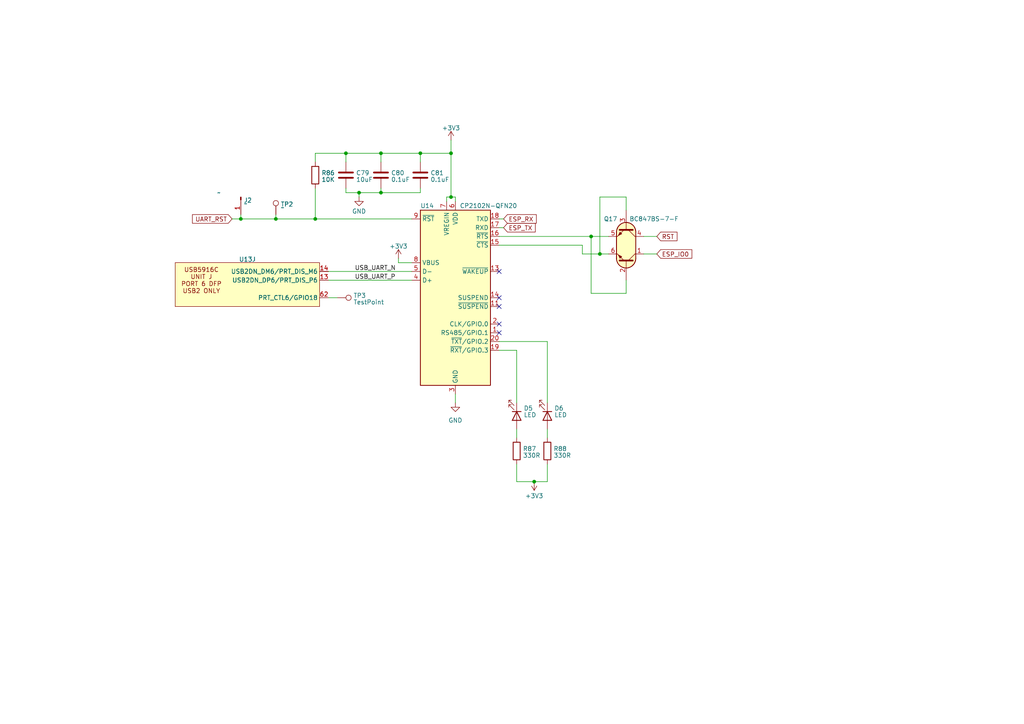
<source format=kicad_sch>
(kicad_sch (version 20230121) (generator eeschema)
  (paper "A4")
  (lib_symbols
    (symbol "CARTHING:USB5916C"
      (property "Reference" "U" (at -15.24 12.7 0))
      (symbol "USB5916C_1_1"
        (rectangle (start -16.51 11.43) (end 13.97 -20.32) (fill (type background)))
        (text "USB5916C\nUNIT A\nPOWER INPUT\n" (at -1.27 1.27 0) (effects (font (size 1.27 1.27))))
        (pin power_in line (at 16.51 8.89 180) (length 2.54) (name "VDD12") (number "10"))
        (pin power_in line (at 16.51 6.35 180) (length 2.54) (name "VDD12") (number "17"))
        (pin power_in line (at -19.05 8.89 0) (length 2.54) (name "VDD33") (number "2"))
        (pin power_in line (at 16.51 3.81 180) (length 2.54) (name "VDD12") (number "26"))
        (pin power_in line (at -19.05 3.81 0) (length 2.54) (name "VDD33") (number "27"))
        (pin power_in line (at 16.51 1.27 180) (length 2.54) (name "VDD12") (number "32"))
        (pin power_in line (at 16.51 -1.27 180) (length 2.54) (name "VDD12") (number "39"))
        (pin power_in line (at -19.05 1.27 0) (length 2.54) (name "VDD33") (number "42"))
        (pin power_in line (at 16.51 -3.81 180) (length 2.54) (name "VDD12") (number "47"))
        (pin power_in line (at -19.05 6.35 0) (length 2.54) (name "VDD33") (number "5"))
        (pin power_in line (at -19.05 -1.27 0) (length 2.54) (name "VDD33") (number "54"))
        (pin power_in line (at 16.51 -6.35 180) (length 2.54) (name "VDD12") (number "59"))
        (pin power_in line (at -19.05 -3.81 0) (length 2.54) (name "VDD33") (number "64"))
        (pin power_in line (at -19.05 -6.35 0) (length 2.54) (name "VDD33") (number "72"))
        (pin power_in line (at 16.51 -8.89 180) (length 2.54) (name "VDD12") (number "78"))
        (pin power_in line (at 16.51 -11.43 180) (length 2.54) (name "VDD12") (number "83"))
        (pin power_in line (at 16.51 -13.97 180) (length 2.54) (name "VDD12") (number "90"))
        (pin power_in line (at -19.05 -8.89 0) (length 2.54) (name "VDD33") (number "93"))
        (pin power_in line (at 16.51 -16.51 180) (length 2.54) (name "VDD12") (number "98"))
        (pin power_in line (at -1.27 -22.86 90) (length 2.54) (name "VSS/GND") (number "EP"))
      )
      (symbol "USB5916C_2_1"
        (rectangle (start -26.67 11.43) (end 27.94 -13.97) (fill (type background)))
        (text "USB5916C\nUNIT B\nCONFIG & SUPPORT\n" (at -5.08 -1.27 0) (effects (font (size 1.27 1.27))))
        (pin input line (at -29.21 -8.89 0) (length 2.54) (name "RBAIS") (number "1"))
        (pin input line (at 30.48 -11.43 180) (length 2.54) (name "CFG_STRAP/GPIO12") (number "20"))
        (pin input line (at -29.21 -1.27 0) (length 2.54) (name "TESTEN") (number "23"))
        (pin input line (at -29.21 -3.81 0) (length 2.54) (name "RESET_N") (number "25"))
        (pin input line (at -29.21 8.89 0) (length 2.54) (name "XTALI/CLKIN") (number "3"))
        (pin input line (at -29.21 3.81 0) (length 2.54) (name "XTALO") (number "4"))
        (pin input line (at 30.48 8.89 180) (length 2.54) (name "HOST_TYPE0/GPIO23") (number "53"))
        (pin input line (at 30.48 6.35 180) (length 2.54) (name "HOST_TYPE1/GPIO67") (number "55"))
        (pin unspecified line (at 30.48 -1.27 180) (length 2.54) (name "CC_POL/GPIO71") (number "61"))
        (pin input line (at 30.48 1.27 180) (length 2.54) (name "ALT_MUX_EN/GPIO70") (number "63"))
        (pin input line (at 30.48 -6.35 180) (length 2.54) (name "SUSP_IND/GPIO68") (number "77"))
      )
      (symbol "USB5916C_3_1"
        (rectangle (start -34.29 11.43) (end 27.94 -6.35) (fill (type background)))
        (text "USB5916C\nUNIT C\nCOMMS & GPIO\n" (at 0 0 0) (effects (font (size 1.27 1.27))))
        (pin input line (at 30.48 7.62 180) (length 2.54) (name "SMBDATA/GPIO6/SDA") (number "47"))
        (pin input line (at -36.83 0 0) (length 2.54) (name "SPI_CLK/GPIO4") (number "65"))
        (pin input line (at -36.83 2.54 0) (length 2.54) (name "SPI_DO/GPIO5") (number "66"))
        (pin input line (at -36.83 5.08 0) (length 2.54) (name "SPI_DI/GPIO9/CFG_BC_EN") (number "67"))
        (pin input line (at -36.83 7.62 0) (length 2.54) (name "SPI_CE_N/GPIO7/CFG_NON_REM") (number "68"))
        (pin bidirectional line (at 30.48 0 180) (length 2.54) (name "GPIO69") (number "69"))
        (pin bidirectional line (at 30.48 -2.54 180) (length 2.54) (name "GPIO66") (number "71"))
        (pin input line (at 30.48 5.08 180) (length 2.54) (name "SMBCLK/GPIO8/SCL") (number "75"))
      )
      (symbol "USB5916C_4_1"
        (rectangle (start -26.67 11.43) (end 30.48 -26.67) (fill (type background)))
        (text "USB5916C\nUNIT D\nPORT 0/A UFP\n" (at 1.27 -2.54 0) (effects (font (size 1.27 1.27))))
        (pin unspecified line (at 33.02 -24.13 180) (length 2.54) (name "USB3UP_RXDMA") (number "100"))
        (pin input line (at -29.21 -19.05 0) (length 2.54) (name "VBUS_DET") (number "24"))
        (pin unspecified line (at -29.21 -24.13 0) (length 2.54) (name "AB0/ATTCHMUX0B/GPIO3") (number "60"))
        (pin input line (at -29.21 -21.59 0) (length 2.54) (name "C_ATTACH0/ATTACHMUX0A/GPIO64") (number "76"))
        (pin unspecified line (at 33.02 8.89 180) (length 2.54) (name "USB3UP_TXDPB") (number "81"))
        (pin unspecified line (at 33.02 6.35 180) (length 2.54) (name "USB3UP_TXDMB") (number "82"))
        (pin unspecified line (at 33.02 1.27 180) (length 2.54) (name "USB3UP_RXDPB") (number "84"))
        (pin unspecified line (at 33.02 -1.27 180) (length 2.54) (name "USB3UP_RXDMB") (number "85"))
        (pin unspecified line (at 33.02 -6.35 180) (length 2.54) (name "USB2UP_DP") (number "94"))
        (pin unspecified line (at 33.02 -8.89 180) (length 2.54) (name "USB2UP_DM") (number "95"))
        (pin unspecified line (at 33.02 -13.97 180) (length 2.54) (name "USB3UP_TXDPA") (number "96"))
        (pin unspecified line (at 33.02 -16.51 180) (length 2.54) (name "USB3UP_TXDMA") (number "97"))
        (pin unspecified line (at 33.02 -21.59 180) (length 2.54) (name "USB3UP_RXDPA") (number "99"))
      )
      (symbol "USB5916C_5_1"
        (rectangle (start -25.4 11.43) (end 31.75 -26.67) (fill (type background)))
        (text "USB5916C\nUNIT E\nPORT 1 DFP\n" (at 0 0 0) (effects (font (size 1.27 1.27))))
        (pin unspecified line (at 34.29 1.27 180) (length 2.54) (name "USB3DN_RXDP1A") (number "11"))
        (pin unspecified line (at 34.29 -1.27 180) (length 2.54) (name "USB3DN_RXDM1A") (number "12"))
        (pin unspecified line (at 34.29 -13.97 180) (length 2.54) (name "USB3DN_TXDP1B") (number "15"))
        (pin unspecified line (at 34.29 -16.51 180) (length 2.54) (name "USB3DN_TXDM1B") (number "16"))
        (pin unspecified line (at 34.29 -21.59 180) (length 2.54) (name "USB3DN_RXDP1B") (number "18"))
        (pin unspecified line (at 34.29 -24.13 180) (length 2.54) (name "USB3DN_RXDM1B") (number "19"))
        (pin unspecified line (at -27.94 -24.13 0) (length 2.54) (name "AB1/ATTACHMUX1B/GPIO65") (number "50"))
        (pin unspecified line (at 34.29 -6.35 180) (length 2.54) (name "USB2DN_DP1/PRT_DIS_P1") (number "6"))
        (pin unspecified line (at 34.29 -8.89 180) (length 2.54) (name "USB2DN_DM1/PRT_DIS_M1") (number "7"))
        (pin unspecified line (at -27.94 -19.05 0) (length 2.54) (name "PRT_CTL1/GPIO17") (number "70"))
        (pin input line (at -27.94 -21.59 0) (length 2.54) (name "C_ATTACH1/ATTACHMUX1A/GPIO1") (number "76"))
        (pin unspecified line (at 34.29 8.89 180) (length 2.54) (name "USB3DN_TXDP1A") (number "8"))
        (pin unspecified line (at 34.29 6.35 180) (length 2.54) (name "USB3DN_TXDM1A") (number "9"))
      )
      (symbol "USB5916C_6_1"
        (rectangle (start -17.78 11.43) (end 19.05 -11.43) (fill (type background)))
        (text "USB5916C\nUNIT F\nPORT 2 DFP\n" (at -10.16 0 0) (effects (font (size 1.27 1.27))))
        (pin unspecified line (at 21.59 8.89 180) (length 2.54) (name "USB2DN_DP2/PRT_DIS_P2") (number "28"))
        (pin unspecified line (at 21.59 6.35 180) (length 2.54) (name "USB2DN_DM2/PRT_DIS_M2") (number "29"))
        (pin unspecified line (at 21.59 1.27 180) (length 2.54) (name "USB3DN_TXDP2") (number "30"))
        (pin unspecified line (at 21.59 -1.27 180) (length 2.54) (name "USB3DN_TXDM2") (number "31"))
        (pin unspecified line (at 21.59 -6.35 180) (length 2.54) (name "USB3DN_RXDP2") (number "33"))
        (pin unspecified line (at 21.59 -8.89 180) (length 2.54) (name "USB3DN_RXDM2") (number "34"))
        (pin unspecified line (at -20.32 -8.89 0) (length 2.54) (name "PRT_CTL2/GPIO19") (number "58"))
      )
      (symbol "USB5916C_7_1"
        (rectangle (start -22.86 11.43) (end 24.13 -11.43) (fill (type background)))
        (text "USB5916C\nUNIT G\nPORT 3 DFP\n" (at -5.08 0 0) (effects (font (size 1.27 1.27))))
        (pin unspecified line (at 26.67 8.89 180) (length 2.54) (name "USB2DN_DP3/PRT_DIS_P3") (number "35"))
        (pin unspecified line (at 26.67 6.35 180) (length 2.54) (name "USB2DN_DM3/PRT_DIS_M3") (number "36"))
        (pin unspecified line (at 26.67 1.27 180) (length 2.54) (name "USB3DN_TXDP3") (number "37"))
        (pin unspecified line (at 26.67 -1.27 180) (length 2.54) (name "USB3DN_TXDM3") (number "38"))
        (pin unspecified line (at 26.67 -6.35 180) (length 2.54) (name "USB3DN_RXDP3") (number "40"))
        (pin unspecified line (at 26.67 -8.89 180) (length 2.54) (name "USB3DN_RXDM3") (number "41"))
        (pin unspecified line (at -25.4 -8.89 0) (length 2.54) (name "PRT_CTL3/GANG_PWR/GPIO20") (number "57"))
      )
      (symbol "USB5916C_8_1"
        (rectangle (start -17.78 11.43) (end 19.05 -11.43) (fill (type background)))
        (text "USB5916C\nUNIT H\nPORT 4 DFP\n" (at -10.16 0 0) (effects (font (size 1.27 1.27))))
        (pin unspecified line (at 21.59 8.89 180) (length 2.54) (name "USB2DN_DP4/PRT_DIS_P4") (number "43"))
        (pin unspecified line (at 21.59 6.35 180) (length 2.54) (name "USB2DN_DM4/PRT_DIS_M4") (number "44"))
        (pin unspecified line (at 21.59 1.27 180) (length 2.54) (name "USB3DN_TXDP4") (number "45"))
        (pin unspecified line (at 21.59 -1.27 180) (length 2.54) (name "USB3DN_TXDM4") (number "46"))
        (pin unspecified line (at 21.59 -6.35 180) (length 2.54) (name "USB3DN_RXDP4") (number "48"))
        (pin unspecified line (at 21.59 -8.89 180) (length 2.54) (name "USB3DN_RXDM4") (number "49"))
        (pin unspecified line (at -20.32 -8.89 0) (length 2.54) (name "PRT_CTL4/GPIO21") (number "52"))
      )
      (symbol "USB5916C_9_1"
        (rectangle (start -17.78 11.43) (end 19.05 -11.43) (fill (type background)))
        (text "USB5916C\nUNIT I\nPORT 5 DFP\n" (at -10.16 0 0) (effects (font (size 1.27 1.27))))
        (pin unspecified line (at -20.32 -8.89 0) (length 2.54) (name "PRT_CTL5/GPIO22") (number "51"))
        (pin unspecified line (at 21.59 8.89 180) (length 2.54) (name "USB2DN_D5/PRT_DIS_P5") (number "86"))
        (pin unspecified line (at 21.59 6.35 180) (length 2.54) (name "USB2DN_DM5/PRT_DIS_M5") (number "87"))
        (pin unspecified line (at 21.59 1.27 180) (length 2.54) (name "USB3DN_TXDP5") (number "88"))
        (pin unspecified line (at 21.59 -1.27 180) (length 2.54) (name "USB3DN_TXDM5") (number "89"))
        (pin unspecified line (at 21.59 -6.35 180) (length 2.54) (name "USB3DN_RXDP5") (number "91"))
        (pin unspecified line (at 21.59 -8.89 180) (length 2.54) (name "USB3DN_RXDM5") (number "92"))
      )
      (symbol "USB5916C_10_1"
        (rectangle (start -20.32 11.43) (end 21.59 -1.27) (fill (type background)))
        (text "USB5916C\nUNIT J\nPORT 6 DFP\nUSB2 ONLY\n" (at -12.7 6.35 0) (effects (font (size 1.27 1.27))))
        (pin unspecified line (at 24.13 6.35 180) (length 2.54) (name "USB2DN_DP6/PRT_DIS_P6") (number "13"))
        (pin unspecified line (at 24.13 8.89 180) (length 2.54) (name "USB2DN_DM6/PRT_DIS_M6") (number "14"))
        (pin unspecified line (at 24.13 1.27 180) (length 2.54) (name "PRT_CTL6/GPIO18") (number "62"))
      )
    )
    (symbol "Connector:Conn_01x01_Pin" (pin_names (offset 1.016) hide)
      (property "Reference" "J" (at 0 2.54 0))
      (property "Value" "Conn_01x01_Pin" (at 0 -2.54 0))
      (symbol "Conn_01x01_Pin_1_1"
        (polyline (pts (xy 1.27 0) (xy 0.8636 0)) (stroke (width 0.1524)))
        (rectangle (start 0.8636 0.127) (end 0 -0.127) (stroke (width 0.1524)) (fill (type outline)))
        (pin passive line (at 5.08 0 180) (length 3.81) (name "Pin_1") (number "1"))
      )
    )
    (symbol "Connector:TestPoint" (pin_numbers hide) (pin_names (offset 0.762) hide)
      (property "Reference" "TP" (at 0 6.858 0))
      (property "Value" "TestPoint" (at 0 5.08 0))
      (symbol "TestPoint_0_1"
        (circle (center 0 3.302) (radius 0.762))
      )
      (symbol "TestPoint_1_1"
        (pin passive line (at 0 0 90) (length 2.54) (name "1") (number "1"))
      )
    )
    (symbol "Device:C" (pin_numbers hide) (pin_names (offset 0.254))
      (property "Reference" "C" (at 0.635 2.54 0))
      (property "Value" "C" (at 0.635 -2.54 0))
      (symbol "C_0_1"
        (polyline (pts (xy -2.032 -0.762) (xy 2.032 -0.762)) (stroke (width 0.508)))
        (polyline (pts (xy -2.032 0.762) (xy 2.032 0.762)) (stroke (width 0.508)))
      )
      (symbol "C_1_1"
        (pin passive line (at 0 3.81 270) (length 2.794) (name "~") (number "1"))
        (pin passive line (at 0 -3.81 90) (length 2.794) (name "~") (number "2"))
      )
    )
    (symbol "Device:LED" (pin_numbers hide) (pin_names (offset 1.016) hide)
      (property "Reference" "D" (at 0 2.54 0))
      (property "Value" "LED" (at 0 -2.54 0))
      (symbol "LED_0_1"
        (polyline (pts (xy -1.27 -1.27) (xy -1.27 1.27)) (stroke (width 0.254)))
        (polyline (pts (xy -1.27 0) (xy 1.27 0)))
        (polyline (pts (xy 1.27 -1.27) (xy 1.27 1.27) (xy -1.27 0) (xy 1.27 -1.27)) (stroke (width 0.254)))
        (polyline (pts (xy -3.048 -0.762) (xy -4.572 -2.286) (xy -3.81 -2.286) (xy -4.572 -2.286) (xy -4.572 -1.524)))
        (polyline (pts (xy -1.778 -0.762) (xy -3.302 -2.286) (xy -2.54 -2.286) (xy -3.302 -2.286) (xy -3.302 -1.524)))
      )
      (symbol "LED_1_1"
        (pin passive line (at -3.81 0 0) (length 2.54) (name "K") (number "1"))
        (pin passive line (at 3.81 0 180) (length 2.54) (name "A") (number "2"))
      )
    )
    (symbol "Device:R" (pin_numbers hide) (pin_names (offset 0))
      (property "Reference" "R" (at 2.032 0 90))
      (property "Value" "R" (at 0 0 90))
      (symbol "R_0_1"
        (rectangle (start -1.016 -2.54) (end 1.016 2.54) (stroke (width 0.254)))
      )
      (symbol "R_1_1"
        (pin passive line (at 0 3.81 270) (length 1.27) (name "~") (number "1"))
        (pin passive line (at 0 -3.81 90) (length 1.27) (name "~") (number "2"))
      )
    )
    (symbol "GND_1" (power) (pin_names (offset 0))
      (property "Value" "GND_1" (at 0 -3.81 0))
      (symbol "GND_1_0_1"
        (polyline (pts (xy 0 0) (xy 0 -1.27) (xy 1.27 -1.27) (xy 0 -2.54) (xy -1.27 -1.27) (xy 0 -1.27)))
      )
      (symbol "GND_1_1_1"
        (pin power_in line (at 0 0 270) (length 0) hide (name "GND") (number "1"))
      )
    )
    (symbol "Interface_USB:CP2102N-Axx-xQFN20"
      (property "Reference" "U" (at -8.89 26.67 0))
      (property "Value" "CP2102N-Axx-xQFN20" (at 12.7 26.67 0))
      (symbol "CP2102N-Axx-xQFN20_0_1"
        (rectangle (start -10.16 25.4) (end 10.16 -25.4) (stroke (width 0.254)) (fill (type background)))
      )
      (symbol "CP2102N-Axx-xQFN20_1_1"
        (pin bidirectional line (at 12.7 -10.16 180) (length 2.54) (name "RS485/GPIO.1") (number "1"))
        (pin no_connect line (at -10.16 -22.86 0) (length 2.54) hide (name "NC") (number "10"))
        (pin output line (at 12.7 -2.54 180) (length 2.54) (name "~{SUSPEND}") (number "11"))
        (pin passive line (at 0 -27.94 90) (length 2.54) hide (name "GND") (number "12"))
        (pin input line (at 12.7 7.62 180) (length 2.54) (name "~{WAKEUP}") (number "13"))
        (pin output line (at 12.7 0 180) (length 2.54) (name "SUSPEND") (number "14"))
        (pin input line (at 12.7 15.24 180) (length 2.54) (name "~{CTS}") (number "15"))
        (pin output line (at 12.7 17.78 180) (length 2.54) (name "~{RTS}") (number "16"))
        (pin input line (at 12.7 20.32 180) (length 2.54) (name "RXD") (number "17"))
        (pin output line (at 12.7 22.86 180) (length 2.54) (name "TXD") (number "18"))
        (pin bidirectional line (at 12.7 -15.24 180) (length 2.54) (name "~{RXT}/GPIO.3") (number "19"))
        (pin bidirectional line (at 12.7 -7.62 180) (length 2.54) (name "CLK/GPIO.0") (number "2"))
        (pin bidirectional line (at 12.7 -12.7 180) (length 2.54) (name "~{TXT}/GPIO.2") (number "20"))
        (pin passive line (at 0 -27.94 90) (length 2.54) hide (name "GND") (number "21"))
        (pin power_in line (at 0 -27.94 90) (length 2.54) (name "GND") (number "3"))
        (pin bidirectional line (at -12.7 5.08 0) (length 2.54) (name "D+") (number "4"))
        (pin bidirectional line (at -12.7 7.62 0) (length 2.54) (name "D-") (number "5"))
        (pin power_in line (at 0 27.94 270) (length 2.54) (name "VDD") (number "6"))
        (pin power_in line (at -2.54 27.94 270) (length 2.54) (name "VREGIN") (number "7"))
        (pin input line (at -12.7 10.16 0) (length 2.54) (name "VBUS") (number "8"))
        (pin input line (at -12.7 22.86 0) (length 2.54) (name "~{RST}") (number "9"))
      )
    )
    (symbol "PCM_Transistor_BJT_AKL:Q_NPN_DUAL_Generic_C1B1B2C2E2E1" (pin_names (offset 1.016) hide)
      (property "Reference" "Q" (at 0 15.24 0))
      (property "Value" "Q_NPN_DUAL_Generic_C1B1B2C2E2E1" (at 0 12.7 0))
      (symbol "Q_NPN_DUAL_Generic_C1B1B2C2E2E1_0_1"
        (arc (start -3.81 2.794) (mid -6.5919 0) (end -3.81 -2.794) (stroke (width 0.254)) (fill (type background)))
        (polyline (pts (xy -3.81 2.794) (xy 3.81 2.794)) (stroke (width 0.254)))
        (polyline (pts (xy 3.81 -2.794) (xy -3.81 -2.794)) (stroke (width 0.254)))
        (polyline (pts (xy 3.81 2.794) (xy -4.064 2.794) (xy -5.334 2.286) (xy -6.096 1.524) (xy -6.604 0.635) (xy -6.604 -0.508) (xy -6.096 -1.651) (xy -5.334 -2.413) (xy -4.064 -2.794) (xy 4.064 -2.794) (xy 5.334 -2.286) (xy 6.223 -1.397) (xy 6.604 -0.381) (xy 6.35 1.143) (xy 5.461 2.286) (xy 3.937 2.794) (xy 3.429 2.794) (xy 3.048 2.794)) (stroke (width 0.0254)) (fill (type background)))
      )
      (symbol "Q_NPN_DUAL_Generic_C1B1B2C2E2E1_1_1"
        (polyline (pts (xy -4.445 0.635) (xy -2.54 2.54)))
        (polyline (pts (xy 4.445 0.635) (xy 2.54 2.54)))
        (polyline (pts (xy -4.445 -0.635) (xy -2.54 -2.54) (xy -2.54 -2.54)))
        (polyline (pts (xy -4.445 1.905) (xy -4.445 -1.905) (xy -4.445 -1.905)) (stroke (width 0.508)))
        (polyline (pts (xy 4.445 -0.635) (xy 2.54 -2.54) (xy 2.54 -2.54)))
        (polyline (pts (xy 4.445 1.905) (xy 4.445 -1.905) (xy 4.445 -1.905)) (stroke (width 0.508)))
        (polyline (pts (xy -3.81 -1.778) (xy -3.302 -1.27) (xy -2.794 -2.286) (xy -3.81 -1.778) (xy -3.81 -1.778)) (fill (type outline)))
        (polyline (pts (xy 3.81 -1.778) (xy 3.302 -1.27) (xy 2.794 -2.286) (xy 3.81 -1.778) (xy 3.81 -1.778)) (fill (type outline)))
        (arc (start 3.81 -2.794) (mid 6.5919 0) (end 3.81 2.794) (stroke (width 0.254)))
        (pin passive line (at -2.54 5.08 270) (length 2.54) (name "C1") (number "1"))
        (pin input line (at -10.16 0 0) (length 5.715) (name "B1") (number "2"))
        (pin input line (at 10.16 0 180) (length 5.715) (name "B2") (number "3"))
        (pin passive line (at 2.54 5.08 270) (length 2.54) (name "C2") (number "4"))
        (pin passive line (at 2.54 -5.08 90) (length 2.54) (name "E2") (number "5"))
        (pin passive line (at -2.54 -5.08 90) (length 2.54) (name "E1") (number "6"))
      )
    )
    (symbol "power:+3V3" (power) (pin_names (offset 0))
      (property "Value" "+3V3" (at 0 3.556 0))
      (symbol "+3V3_0_1"
        (polyline (pts (xy -0.762 1.27) (xy 0 2.54)))
        (polyline (pts (xy 0 0) (xy 0 2.54)))
        (polyline (pts (xy 0 2.54) (xy 0.762 1.27)))
      )
      (symbol "+3V3_1_1"
        (pin power_in line (at 0 0 90) (length 0) hide (name "+3V3") (number "1"))
      )
    )
    (symbol "power:GND" (power) (pin_names (offset 0))
      (property "Value" "GND" (at 0 -3.81 0))
      (symbol "GND_0_1"
        (polyline (pts (xy 0 0) (xy 0 -1.27) (xy 1.27 -1.27) (xy 0 -2.54) (xy -1.27 -1.27) (xy 0 -1.27)))
      )
      (symbol "GND_1_1"
        (pin power_in line (at 0 0 270) (length 0) hide (name "GND") (number "1"))
      )
    )
  )
  (junction (at 110.49 44.45))
  (junction (at 171.45 68.58))
  (junction (at 173.99 73.66))
  (junction (at 91.44 63.5))
  (junction (at 110.49 55.88))
  (junction (at 154.94 139.7))
  (junction (at 100.33 44.45))
  (junction (at 121.92 44.45))
  (junction (at 130.81 57.15))
  (junction (at 69.85 63.5))
  (junction (at 130.81 44.45))
  (junction (at 80.01 63.5))
  (junction (at 104.14 55.88))
  (no_connect (at 144.78 96.52))
  (no_connect (at 144.78 86.36))
  (no_connect (at 144.78 78.74))
  (no_connect (at 144.78 88.9))
  (no_connect (at 144.78 93.98))
  (wire (pts (xy 149.86 101.6) (xy 144.78 101.6)))
  (wire (pts (xy 91.44 44.45) (xy 100.33 44.45)))
  (wire (pts (xy 115.57 76.2) (xy 119.38 76.2)))
  (wire (pts (xy 149.86 116.84) (xy 149.86 101.6)))
  (wire (pts (xy 173.99 57.15) (xy 181.61 57.15)))
  (wire (pts (xy 158.75 116.84) (xy 158.75 99.06)))
  (wire (pts (xy 110.49 44.45) (xy 121.92 44.45)))
  (wire (pts (xy 149.86 139.7) (xy 154.94 139.7)))
  (wire (pts (xy 100.33 54.61) (xy 100.33 55.88)))
  (wire (pts (xy 121.92 55.88) (xy 121.92 54.61)))
  (wire (pts (xy 144.78 68.58) (xy 171.45 68.58)))
  (wire (pts (xy 144.78 63.5) (xy 146.05 63.5)))
  (wire (pts (xy 119.38 78.74) (xy 95.25 78.74)))
  (wire (pts (xy 95.25 86.36) (xy 97.79 86.36)))
  (wire (pts (xy 144.78 66.04) (xy 146.05 66.04)))
  (wire (pts (xy 100.33 44.45) (xy 110.49 44.45)))
  (wire (pts (xy 149.86 124.46) (xy 149.86 127)))
  (wire (pts (xy 173.99 73.66) (xy 173.99 57.15)))
  (wire (pts (xy 130.81 40.64) (xy 130.81 44.45)))
  (wire (pts (xy 110.49 55.88) (xy 121.92 55.88)))
  (wire (pts (xy 186.69 68.58) (xy 190.5 68.58)))
  (wire (pts (xy 132.08 58.42) (xy 132.08 57.15)))
  (wire (pts (xy 130.81 44.45) (xy 130.81 57.15)))
  (wire (pts (xy 173.99 73.66) (xy 176.53 73.66)))
  (wire (pts (xy 171.45 68.58) (xy 176.53 68.58)))
  (wire (pts (xy 171.45 68.58) (xy 171.45 85.09)))
  (wire (pts (xy 158.75 139.7) (xy 158.75 134.62)))
  (wire (pts (xy 110.49 54.61) (xy 110.49 55.88)))
  (wire (pts (xy 80.01 62.23) (xy 80.01 63.5)))
  (wire (pts (xy 91.44 46.99) (xy 91.44 44.45)))
  (wire (pts (xy 100.33 46.99) (xy 100.33 44.45)))
  (wire (pts (xy 104.14 55.88) (xy 104.14 57.15)))
  (wire (pts (xy 80.01 63.5) (xy 91.44 63.5)))
  (wire (pts (xy 154.94 139.7) (xy 158.75 139.7)))
  (wire (pts (xy 121.92 44.45) (xy 130.81 44.45)))
  (wire (pts (xy 186.69 73.66) (xy 190.5 73.66)))
  (wire (pts (xy 91.44 54.61) (xy 91.44 63.5)))
  (wire (pts (xy 132.08 114.3) (xy 132.08 116.84)))
  (wire (pts (xy 158.75 99.06) (xy 144.78 99.06)))
  (wire (pts (xy 129.54 57.15) (xy 130.81 57.15)))
  (wire (pts (xy 69.85 63.5) (xy 80.01 63.5)))
  (wire (pts (xy 181.61 57.15) (xy 181.61 60.96)))
  (wire (pts (xy 67.31 63.5) (xy 69.85 63.5)))
  (wire (pts (xy 100.33 55.88) (xy 104.14 55.88)))
  (wire (pts (xy 110.49 44.45) (xy 110.49 46.99)))
  (wire (pts (xy 129.54 57.15) (xy 129.54 58.42)))
  (wire (pts (xy 171.45 85.09) (xy 181.61 85.09)))
  (wire (pts (xy 69.85 62.23) (xy 69.85 63.5)))
  (wire (pts (xy 144.78 71.12) (xy 168.91 71.12)))
  (wire (pts (xy 158.75 124.46) (xy 158.75 127)))
  (wire (pts (xy 91.44 63.5) (xy 119.38 63.5)))
  (wire (pts (xy 149.86 134.62) (xy 149.86 139.7)))
  (wire (pts (xy 130.81 57.15) (xy 132.08 57.15)))
  (wire (pts (xy 121.92 44.45) (xy 121.92 46.99)))
  (wire (pts (xy 119.38 81.28) (xy 95.25 81.28)))
  (wire (pts (xy 115.57 74.93) (xy 115.57 76.2)))
  (wire (pts (xy 168.91 73.66) (xy 173.99 73.66)))
  (wire (pts (xy 104.14 55.88) (xy 110.49 55.88)))
  (wire (pts (xy 181.61 85.09) (xy 181.61 81.28)))
  (wire (pts (xy 168.91 71.12) (xy 168.91 73.66)))
  (label "USB_UART_P" (at 102.87 81.28 0))
  (label "USB_UART_N" (at 102.87 78.74 0))
  (global_label "ESP_TX" (shape input) (at 146.05 66.04 0) (property "Intersheetrefs" "${INTERSHEET_REFS}" (effects hide)))
  (global_label "RST" (shape input) (at 190.5 68.58 0) (property "Intersheetrefs" "${INTERSHEET_REFS}" (effects hide)))
  (global_label "ESP_RX" (shape input) (at 146.05 63.5 0) (property "Intersheetrefs" "${INTERSHEET_REFS}" (effects hide)))
  (global_label "UART_RST" (shape input) (at 67.31 63.5 180) (property "Intersheetrefs" "${INTERSHEET_REFS}" (effects hide)))
  (global_label "ESP_IO0" (shape input) (at 190.5 73.66 0) (property "Intersheetrefs" "${INTERSHEET_REFS}" (effects hide)))
  (symbol (lib_id "PCM_Transistor_BJT_AKL:Q_NPN_DUAL_Generic_C1B1B2C2E2E1") (at 181.61 71.12 270) (mirror x) (unit 1)
    (property "Reference" "Q17" (at 179.07 63.5 90) (effects (justify right)))
    (property "Value" "BC847BS-7-F" (at 196.85 63.5 90) (effects (justify right)))
    (property "Footprint" "Package_TO_SOT_SMD:SOT-363_SC-70-6" (effects hide))
  )
  (symbol (lib_id "Device:R") (at 91.44 50.8 0) (unit 1)
    (property "Reference" "R86" (at 93.218 50.1563 0) (effects (justify left)))
    (property "Value" "10K" (at 93.218 52.0773 0) (effects (justify left)))
    (property "Footprint" "Resistor_SMD:R_0603_1608Metric" (effects hide))
  )
  (symbol (lib_id "CARTHING:USB5916C") (at 71.12 87.63 0) (unit 10)
    (property "Reference" "U13" (at 71.755 75.2381 0))
    (property "Value" "~" (at 63.5 55.88 0))
    (property "Footprint" "CARTHING:VQFN100_KD_MCH" (effects hide))
  )
  (symbol (lib_id "Device:R") (at 158.75 130.81 0) (unit 1)
    (property "Reference" "R88" (at 160.528 130.1663 0) (effects (justify left)))
    (property "Value" "330R" (at 160.528 132.0873 0) (effects (justify left)))
    (property "Footprint" "Resistor_SMD:R_0603_1608Metric" (effects hide))
  )
  (symbol (lib_id "Device:R") (at 149.86 130.81 0) (unit 1)
    (property "Reference" "R87" (at 151.638 130.1663 0) (effects (justify left)))
    (property "Value" "330R" (at 151.638 132.0873 0) (effects (justify left)))
    (property "Footprint" "Resistor_SMD:R_0603_1608Metric" (effects hide))
  )
  (symbol (lib_id "power:+3V3") (at 154.94 139.7 180) (unit 1)
    (property "Reference" "#PWR085" (effects hide))
    (property "Value" "+3V3" (at 154.94 143.8355 0))
  )
  (symbol (lib_id "power:+3V3") (at 130.81 40.64 0) (unit 1)
    (property "Reference" "#PWR083" (effects hide))
    (property "Value" "+3V3" (at 130.81 37.1381 0))
  )
  (symbol (lib_id "Device:LED") (at 158.75 120.65 270) (unit 1)
    (property "Reference" "D6" (at 160.782 118.4188 90) (effects (justify left)))
    (property "Value" "LED" (at 160.782 120.3398 90) (effects (justify left)))
    (property "Footprint" "Diode_SMD:D_0603_1608Metric" (effects hide))
  )
  (symbol (lib_id "Connector:Conn_01x01_Pin") (at 69.85 57.15 270) (unit 1)
    (property "Reference" "J2" (at 70.6882 58.1018 90) (effects (justify left)))
    (property "Value" "~" (at 70.6882 59.0623 90) (effects (justify left)))
    (property "Footprint" "Connector_PinHeader_2.54mm:PinHeader_1x01_P2.54mm_Vertical" (effects hide))
  )
  (symbol (lib_id "Device:C") (at 110.49 50.8 0) (unit 1)
    (property "Reference" "C80" (at 113.411 50.1563 0) (effects (justify left)))
    (property "Value" "0.1uF" (at 113.411 52.0773 0) (effects (justify left)))
    (property "Footprint" "Capacitor_SMD:C_0603_1608Metric" (effects hide))
  )
  (symbol (lib_id "Device:LED") (at 149.86 120.65 270) (unit 1)
    (property "Reference" "D5" (at 151.892 118.4188 90) (effects (justify left)))
    (property "Value" "LED" (at 151.892 120.3398 90) (effects (justify left)))
    (property "Footprint" "Diode_SMD:D_0603_1608Metric" (effects hide))
  )
  (symbol (lib_id "power:GND") (at 104.14 57.15 0) (unit 1)
    (property "Reference" "#PWR081" (effects hide))
    (property "Value" "GND" (at 104.14 61.2855 0))
  )
  (symbol (lib_id "Device:C") (at 121.92 50.8 0) (unit 1)
    (property "Reference" "C81" (at 124.841 50.1563 0) (effects (justify left)))
    (property "Value" "0.1uF" (at 124.841 52.0773 0) (effects (justify left)))
    (property "Footprint" "Capacitor_SMD:C_0603_1608Metric" (effects hide))
  )
  (symbol (lib_name "GND_1") (lib_id "power:GND") (at 132.08 116.84 0) (unit 1)
    (property "Reference" "#PWR084" (effects hide))
    (property "Value" "GND" (at 132.08 121.92 0))
  )
  (symbol (lib_id "Interface_USB:CP2102N-Axx-xQFN20") (at 132.08 86.36 0) (unit 1)
    (property "Reference" "U14" (at 121.92 59.69 0) (effects (justify left)))
    (property "Value" "CP2102N-QFN20" (at 133.35 59.69 0) (effects (justify left)))
    (property "Footprint" "CARTHING:QFN20_SIL" (effects hide))
    (property "Datasheet" "https://www.silabs.com/documents/public/data-sheets/cp2102n-datasheet.pdf" (effects hide))
  )
  (symbol (lib_id "Connector:TestPoint") (at 97.79 86.36 270) (unit 1)
    (property "Reference" "TP3" (at 102.489 85.7163 90) (effects (justify left)))
    (property "Value" "TestPoint" (at 102.489 87.6373 90) (effects (justify left)))
    (property "Footprint" "TestPoint:TestPoint_Pad_D1.0mm" (effects hide))
  )
  (symbol (lib_id "Device:C") (at 100.33 50.8 0) (unit 1)
    (property "Reference" "C79" (at 103.251 50.1563 0) (effects (justify left)))
    (property "Value" "10uF" (at 103.251 52.0773 0) (effects (justify left)))
    (property "Footprint" "Capacitor_SMD:C_0603_1608Metric" (effects hide))
  )
  (symbol (lib_id "power:+3V3") (at 115.57 74.93 0) (unit 1)
    (property "Reference" "#PWR082" (effects hide))
    (property "Value" "+3V3" (at 115.57 71.4281 0))
  )
  (symbol (lib_id "Connector:TestPoint") (at 80.01 62.23 0) (unit 1)
    (property "Reference" "TP2" (at 81.407 59.2448 0) (effects (justify left)))
    (property "Value" "~" (at 81.407 60.2053 0) (effects (justify left)))
    (property "Footprint" "TestPoint:TestPoint_Pad_D1.0mm" (effects hide))
  )
)
</source>
